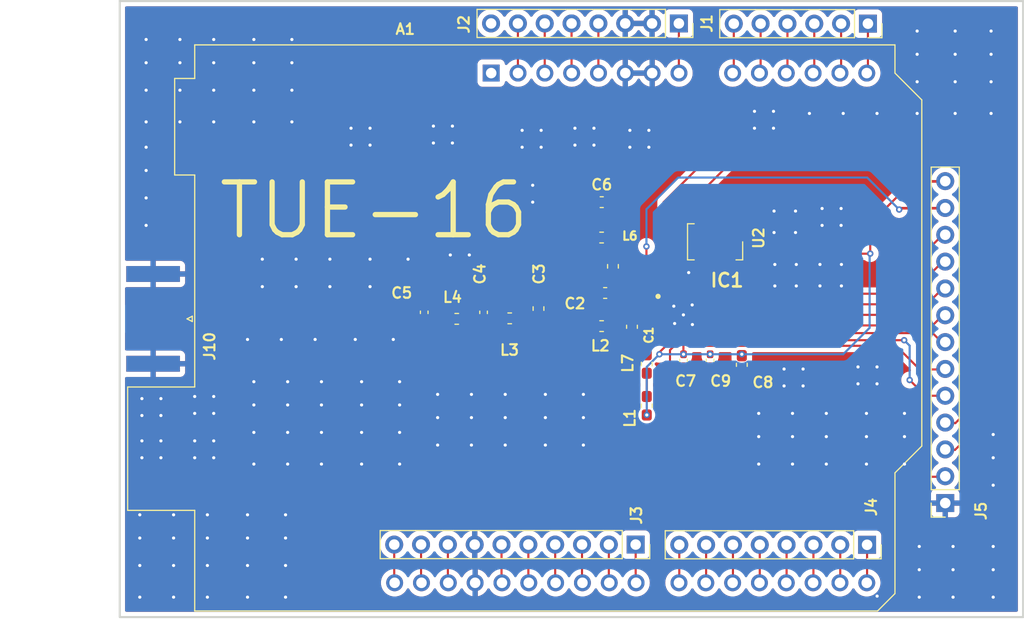
<source format=kicad_pcb>
(kicad_pcb (version 20240108) (generator "pcbnew") (generator_version "8.0")
  (layers (0 "F.Cu" signal) (31 "B.Cu" signal) (34 "B.Paste" user) (35 "F.Paste" user) (36 "B.SilkS" user "B.Silkscreen") (37 "F.SilkS" user "F.Silkscreen") (38 "B.Mask" user) (39 "F.Mask" user) (44 "Edge.Cuts" user))
  (net 0 "")
  (net 1 "Net-(C1-Pad2)")
  (net 2 "/MATCHED")
  (net 3 "GND")
  (net 4 "Net-(C4-Pad1)")
  (net 5 "Net-(J10-In)")
  (net 6 "/VDD")
  (net 7 "/Vin")
  (net 8 "/5V")
  (net 10 "/RESET")
  (net 11 "/IOREF")
  (net 12 "/3V3")
  (net 13 "/A0")
  (net 14 "/A1")
  (net 15 "/A2")
  (net 16 "/A5")
  (net 17 "/A3")
  (net 18 "/A4")
  (net 19 "/D11")
  (net 20 "/D15")
  (net 21 "/D10")
  (net 22 "/D14")
  (net 23 "/AVDD")
  (net 24 "/D8")
  (net 25 "/D9")
  (net 26 "/D12")
  (net 27 "/D13")
  (net 28 "/D5")
  (net 29 "/D1")
  (net 30 "/D6")
  (net 31 "/D0")
  (net 32 "/D7")
  (net 33 "/D2")
  (net 34 "/D4")
  (net 35 "/D3")
  (net 36 "/GPIO0")
  (net 37 "/SDI")
  (net 38 "/GPIO3")
  (net 39 "/SDN")
  (net 40 "/IRQ_BAR")
  (net 41 "/GPIO1")
  (net 42 "/SEL_BAR")
  (net 43 "/GPIO2")
  (net 44 "/SDO")
  (net 45 "/TXRAMP")
  (net 46 "/SCLK")
  (net 47 "/30MHZ")
  (net 51 "Net-(L1-Pad2)")
  (net 52 "/TX")
  (net 53 "/RXn")
  (net 54 "/RXp")
  (footprint "Inductor_SMD:L_0603_1608Metric_Pad1.05x0.95mm_HandSolder" (layer "F.Cu") (at 94.925 75.15 180)
    (property "Reference" "L6")
    (property "Value" "24nH")
  )
  (footprint "Connector_PinSocket_2.54mm:PinSocket_1x13_P2.54mm_Vertical" (layer "F.Cu") (at 127.46 100.29 180)
    (property "Reference" "J5")
    (property "Value" "Screw_Terminal_01x13")
  )
  (footprint "Capacitor_SMD:C_0402_1005Metric_Pad0.74x0.62mm_HandSolder" (layer "F.Cu") (at 83.75 82.2325 90)
    (property "Reference" "C4")
    (property "Value" "3.3pF")
  )
  (footprint "Inductor_SMD:L_0603_1608Metric_Pad1.05x0.95mm_HandSolder" (layer "F.Cu") (at 96 77.875 -90)
    (property "Reference" "L5" (hide yes))
    (property "Value" "20nH")
  )
  (footprint "Capacitor_SMD:C_0402_1005Metric_Pad0.74x0.62mm_HandSolder" (layer "F.Cu") (at 105.2 86.77 90)
    (property "Reference" "C9")
    (property "Value" "1u")
  )
  (footprint "Inductor_SMD:L_0603_1608Metric_Pad1.05x0.95mm_HandSolder" (layer "F.Cu") (at 94.925 83.5375 180)
    (property "Reference" "L2")
    (property "Value" "3.3nH")
  )
  (footprint "Capacitor_SMD:C_0603_1608Metric_Pad1.08x0.95mm_HandSolder" (layer "F.Cu") (at 95.2625 80.4)
    (property "Reference" "C2")
    (property "Value" "1pF")
  )
  (footprint "Connector_Coaxial:SMA_Amphenol_132289_EdgeMount" (layer "F.Cu") (at 52.46 82.85 180)
    (property "Reference" "J10")
    (property "Value" "Conn_Coaxial")
  )
  (footprint "Inductor_SMD:L_0603_1608Metric_Pad1.05x0.95mm_HandSolder" (layer "F.Cu") (at 81.21 82.85)
    (property "Reference" "L4")
    (property "Value" "24nH")
  )
  (footprint "Oscillator:Oscillator_SMD_IDT_JS6-6_5.0x3.2mm_P1.27mm" (layer "F.Cu") (at 105.67 75.555 -90)
    (property "Reference" "U2")
    (property "Value" "~")
  )
  (footprint "Inductor_SMD:L_0603_1608Metric_Pad1.05x0.95mm_HandSolder" (layer "F.Cu") (at 99.2 91.075 90)
    (property "Reference" "L1")
    (property "Value" "100nH")
  )
  (footprint "Capacitor_SMD:C_0402_1005Metric_Pad0.74x0.62mm_HandSolder" (layer "F.Cu") (at 78.13 82.23 90)
    (property "Reference" "C5")
    (property "Value" "3.3pF")
  )
  (footprint "Capacitor_SMD:C_0402_1005Metric_Pad0.74x0.62mm_HandSolder" (layer "F.Cu") (at 102.68 86.77 90)
    (property "Reference" "C7")
    (property "Value" "100p")
  )
  (footprint "Connector_PinSocket_2.54mm:PinSocket_1x06_P2.54mm_Vertical" (layer "F.Cu") (at 120.14 54.9 -90)
    (property "Reference" "J2")
    (property "Value" "Screw_Terminal_01x06")
  )
  (footprint "Inductor_SMD:L_0603_1608Metric_Pad1.05x0.95mm_HandSolder" (layer "F.Cu") (at 86.225 82.8)
    (property "Reference" "L3")
    (property "Value" "12nH")
  )
  (footprint "Capacitor_SMD:C_0603_1608Metric_Pad1.08x0.95mm_HandSolder" (layer "F.Cu") (at 94.9375 71.8)
    (property "Reference" "C6")
    (property "Value" "3pF")
  )
  (footprint "Transistor_Power_Module:QFN50P400X400X90-21N" (layer "F.Cu") (at 102.67 82.47)
    (property "Reference" "IC1")
    (property "Value" "Si4464-B1B-FM" (hide yes))
  )
  (footprint "Connector_PinSocket_2.54mm:PinSocket_1x08_P2.54mm_Vertical" (layer "F.Cu") (at 120.06 104.24 -90)
    (property "Reference" "J4")
    (property "Value" "Screw_Terminal_01x08")
  )
  (footprint "Module:Arduino_UNO_R3" (layer "F.Cu") (at 84.47 59.58)
    (property "Reference" "A1")
    (property "Value" "Arduino_UNO_R3")
  )
  (footprint "Capacitor_SMD:C_0603_1608Metric_Pad1.08x0.95mm_HandSolder" (layer "F.Cu") (at 108.2 87.2 90)
    (property "Reference" "C8")
    (property "Value" "100n")
  )
  (footprint "Connector_PinSocket_2.54mm:PinSocket_1x10_P2.54mm_Vertical" (layer "F.Cu") (at 98.15 104.22 -90)
    (property "Reference" "J3" (hide yes))
    (property "Value" "Screw_Terminal_01x10")
  )
  (footprint "Capacitor_SMD:C_0603_1608Metric_Pad1.08x0.95mm_HandSolder" (layer "F.Cu") (at 97.8 83.6 90)
    (property "Reference" "C1")
    (property "Value" "5.1pF" (hide yes))
  )
  (footprint "Inductor_SMD:L_0603_1608Metric_Pad1.05x0.95mm_HandSolder" (layer "F.Cu") (at 88.95 81.875 90)
    (property "Reference" "C3")
    (property "Value" "6.8nH")
  )
  (footprint "Inductor_SMD:L_0603_1608Metric_Pad1.05x0.95mm_HandSolder" (layer "F.Cu") (at 99.2 87.125 90)
    (property "Reference" "L7")
    (property "Value" "20nH")
  )
  (footprint "Connector_PinSocket_2.54mm:PinSocket_1x08_P2.54mm_Vertical" (layer "F.Cu") (at 102.24 54.88 -90)
    (property "Reference" "J1")
    (property "Value" "Screw_Terminal_01x08")
  )
  (gr_rect (start 49.306 52.76) (end 134.834 111.085) (stroke (width 0.2)) (fill none) (layer "Edge.Cuts"))
  (gr_text "TUE-16" (at 58.4 75.52 0) (layer "F.SilkS") (effects (font (size 5 5) (thickness 0.5) (bold yes)) (justify left bottom)))
  (gr_text "J3" (at 98.22 101.45 90) (layer "F.SilkS") (effects (font (size 1 1) (thickness 0.2) (bold yes))))
  (segment (start 95.8 83.5375) (end 97 83.5375) (width 0.2) (layer "F.Cu") (net 1))
  (segment (start 97 83.5375) (end 97.8 82.7375) (width 0.2) (layer "F.Cu") (net 1))
  (segment (start 94.05 75.15) (end 94.05 80.05) (width 0.2) (layer "F.Cu") (net 2))
  (segment (start 88.9 82.8) (end 88.95 82.75) (width 0.2) (layer "F.Cu") (net 2))
  (segment (start 87.1 82.8) (end 88.9 82.8) (width 0.2) (layer "F.Cu") (net 2))
  (segment (start 94.4 80.4) (end 94.4 83.1875) (width 0.2) (layer "F.Cu") (net 2))
  (segment (start 92.05 82.75) (end 94.4 80.4) (width 0.2) (layer "F.Cu") (net 2))
  (segment (start 94.4 83.1875) (end 94.05 83.5375) (width 0.2) (layer "F.Cu") (net 2))
  (segment (start 94.05 80.05) (end 94.4 80.4) (width 0.2) (layer "F.Cu") (net 2))
  (segment (start 88.95 82.75) (end 92.05 82.75) (width 0.2) (layer "F.Cu") (net 2))
  (segment (start 82.91 107.8) (end 82.95 107.84) (width 0.2) (layer "F.Cu") (net 3))
  (segment (start 102.67 80.47) (end 102.67 78.97) (width 0.2) (layer "F.Cu") (net 3))
  (segment (start 97.16 54.88) (end 97.16 59.57) (width 0.2) (layer "F.Cu") (net 3))
  (segment (start 97.16 59.57) (end 97.17 59.58) (width 0.2) (layer "F.Cu") (net 3))
  (segment (start 99.7 59.57) (end 99.71 59.58) (width 0.2) (layer "F.Cu") (net 3))
  (segment (start 82.91 104.22) (end 82.91 107.8) (width 0.2) (layer "F.Cu") (net 3))
  (segment (start 99.7 54.88) (end 99.7 59.57) (width 0.2) (layer "F.Cu") (net 3))
  (segment (start 102.67 78.97) (end 103.17 78.47) (width 0.2) (layer "F.Cu") (net 3))
  (via (at 124.8 57.8) (size 0.6) (drill 0.3) (layers "F.Cu" "B.Cu") (net 3))
  (via (at 51.2 101.4) (size 0.6) (drill 0.3) (layers "F.Cu" "B.Cu") (net 3))
  (via (at 119.2 87.4) (size 0.6) (drill 0.3) (layers "F.Cu" "B.Cu") (net 3))
  (via (at 57.6 109.2) (size 0.6) (drill 0.3) (layers "F.Cu" "B.Cu") (net 3))
  (via (at 62.8 79.8) (size 0.6) (drill 0.3) (layers "F.Cu" "B.Cu") (net 3))
  (via (at 58.2 64.2) (size 0.6) (drill 0.3) (layers "F.Cu" "B.Cu") (net 3))
  (via (at 66 79.8) (size 0.6) (drill 0.3) (layers "F.Cu" "B.Cu") (net 3))
  (via (at 111.326724 77.700676) (size 0.6) (drill 0.3) (layers "F.Cu" "B.Cu") (net 3))
  (via (at 121 89) (size 0.6) (drill 0.3) (layers "F.Cu" "B.Cu") (net 3))
  (via (at 79.4 92.2) (size 0.6) (drill 0.3) (layers "F.Cu" "B.Cu") (net 3))
  (via (at 71.2 64.8) (size 0.6) (drill 0.3) (layers "F.Cu" "B.Cu") (net 3))
  (via (at 116.2 96.6) (size 0.6) (drill 0.3) (layers "F.Cu" "B.Cu") (net 3))
  (via (at 97.6 65) (size 0.6) (drill 0.3) (layers "F.Cu" "B.Cu") (net 3))
  (via (at 55 58.6) (size 0.6) (drill 0.3) (layers "F.Cu" "B.Cu") (net 3))
  (via (at 113.358724 79.732676) (size 0.6) (drill 0.3) (layers "F.Cu" "B.Cu") (net 3))
  (via (at 80.8 66.2) (size 0.6) (drill 0.3) (layers "F.Cu" "B.Cu") (net 3))
  (via (at 93.2 92.2) (size 0.6) (drill 0.3) (layers "F.Cu" "B.Cu") (net 3))
  (via (at 58.2 58.6) (size 0.6) (drill 0.3) (layers "F.Cu" "B.Cu") (net 3))
  (via (at 120 94) (size 0.6) (drill 0.3) (layers "F.Cu" "B.Cu") (net 3))
  (via (at 93.2 90) (size 0.6) (drill 0.3) (layers "F.Cu" "B.Cu") (net 3))
  (via (at 89.6 94.8) (size 0.6) (drill 0.3) (layers "F.Cu" "B.Cu") (net 3))
  (via (at 56.4 96) (size 0.6) (drill 0.3) (layers "F.Cu" "B.Cu") (net 3))
  (via (at 67.8 84.8) (size 0.6) (drill 0.3) (layers "F.Cu" "B.Cu") (net 3))
  (via (at 89.2 66.6) (size 0.6) (drill 0.3) (layers "F.Cu" "B.Cu") (net 3))
  (via (at 117.8 63.4) (size 0.6) (drill 0.3) (layers "F.Cu" "B.Cu") (net 3))
  (via (at 65.2 96.6) (size 0.6) (drill 0.3) (layers "F.Cu" "B.Cu") (net 3))
  (via (at 111.252 72.644) (size 0.6) (drill 0.3) (layers "F.Cu" "B.Cu") (net 3))
  (via (at 93.2 94.8) (size 0.6) (drill 0.3) (layers "F.Cu" "B.Cu") (net 3))
  (via (at 56.4 94.4) (size 0.6) (drill 0.3) (layers "F.Cu" "B.Cu") (net 3))
  (via (at 51.2 109.2) (size 0.6) (drill 0.3) (layers "F.Cu" "B.Cu") (net 3))
  (via (at 65 101.4) (size 0.6) (drill 0.3) (layers "F.Cu" "B.Cu") (net 3))
  (via (at 109.8 94) (size 0.6) (drill 0.3) (layers "F.Cu" "B.Cu") (net 3))
  (via (at 62 56.4) (size 0.6) (drill 0.3) (layers "F.Cu" "B.Cu") (net 3))
  (via (at 103.52 83.39) (size 0.6) (drill 0.3) (layers "F.Cu" "B.Cu") (net 3))
  (via (at 125 104.4) (size 0.6) (drill 0.3) (layers "F.Cu" "B.Cu") (net 3))
  (via (at 61.4 84.8) (size 0.6) (drill 0.3) (layers "F.Cu" "B.Cu") (net 3))
  (via (at 88.4 70.2) (size 0.6) (drill 0.3) (layers "F.Cu" "B.Cu") (net 3))
  (via (at 116.2 94) (size 0.6) (drill 0.3) (layers "F.Cu" "B.Cu") (net 3))
  (via (at 115.598 79.73) (size 0.6) (drill 0.3) (layers "F.Cu" "B.Cu") (net 3))
  (via (at 65.2 91) (size 0.6) (drill 0.3) (layers "F.Cu" "B.Cu") (net 3))
  (via (at 66 77.2) (size 0.6) (drill 0.3) (layers "F.Cu" "B.Cu") (net 3))
  (via (at 55 56.4) (size 0.6) (drill 0.3) (layers "F.Cu" "B.Cu") (net 3))
  (via (at 132 106.6) (size 0.6) (drill 0.3) (layers "F.Cu" "B.Cu") (net 3))
  (via (at 119.2 89) (size 0.6) (drill 0.3) (layers "F.Cu" "B.Cu") (net 3))
  (via (at 53.2 96) (size 0.6) (drill 0.3) (layers "F.Cu" "B.Cu") (net 3))
  (via (at 92.4 64.8) (size 0.6) (drill 0.3) (layers "F.Cu" "B.Cu") (net 3))
  (via (at 53.2 94.4) (size 0.6) (drill 0.3) (layers "F.Cu" "B.Cu") (net 3))
  (via (at 109.4 63.2) (size 0.6) (drill 0.3) (layers "F.Cu" "B.Cu") (net 3))
  (via (at 125 109.2) (size 0.6) (drill 0.3) (layers "F.Cu" "B.Cu") (net 3))
  (via (at 111.2 63.2) (size 0.6) (drill 0.3) (layers "F.Cu" "B.Cu") (net 3))
  (via (at 114 87.6) (size 0.6) (drill 0.3) (layers "F.Cu" "B.Cu") (net 3))
  (via (at 123.6 91.8) (size 0.6) (drill 0.3) (layers "F.Cu" "B.Cu") (net 3))
  (via (at 87.4 65) (size 0.6) (drill 0.3) (layers "F.Cu" "B.Cu") (net 3))
  (via (at 62 96.6) (size 0.6) (drill 0.3) (layers "F.Cu" "B.Cu") (net 3))
  (via (at 117.63 79.73) (size 0.6) (drill 0.3) (layers "F.Cu" "B.Cu") (net 3))
  (via (at 73 77.2) (size 0.6) (drill 0.3) (layers "F.Cu" "B.Cu") (net 3))
  (via (at 58.2 94.4) (size 0.6) (drill 0.3) (layers "F.Cu" "B.Cu") (net 3))
  (via (at 61.4 109.2) (size 0.6) (drill 0.3) (layers "F.Cu" "B.Cu") (net 3))
  (via (at 79.4 90) (size 0.6) (drill 0.3) (layers "F.Cu" "B.Cu") (net 3))
  (via (at 51.8 64.2) (size 0.6) (drill 0.3) (layers "F.Cu" "B.Cu") (net 3))
  (via (at 73 79.8) (size 0.6) (drill 0.3) (layers "F.Cu" "B.Cu") (net 3))
  (via (at 51.4 94.4) (size 0.6) (drill 0.3) (layers "F.Cu" "B.Cu") (net 3))
  (via (at 115.8 74) (size 0.6) (drill 0.3) (layers "F.Cu" "B.Cu") (net 3))
  (via (at 51.2 103.6) (size 0.6) (drill 0.3) (layers "F.Cu" "B.Cu") (net 3))
  (via (at 58.2 56.4) (size 0.6) (drill 0.3) (layers "F.Cu" "B.Cu") (net 3))
  (via (at 101.76 81.65) (size 0.6) (drill 0.3) (layers "F.Cu" "B.Cu") (net 3))
  (via (at 65 109.2) (size 0.6) (drill 0.3) (layers "F.Cu" "B.Cu") (net 3))
  (via (at 51.2 106.2) (size 0.6) (drill 0.3) (layers "F.Cu" "B.Cu") (net 3))
  (via (at 75.2 84.8) (size 0.6) (drill 0.3) (layers "F.Cu" "B.Cu") (net 3))
  (via (at 113 91.8) (size 0.6) (drill 0.3) (layers "F.Cu" "B.Cu") (net 3))
  (via (at 94.2 66.4) (size 0.6) (drill 0.3) (layers "F.Cu" "B.Cu") (net 3))
  (via (at 58.2 90.2) (size 0.6) (drill 0.3) (layers "F.Cu" "B.Cu") (net 3))
  (via (at 57.6 106.2) (size 0.6) (drill 0.3) (layers "F.Cu" "B.Cu") (net 3))
  (via (at 72.2 88.8) (size 0.6) (drill 0.3) (layers "F.Cu" "B.Cu") (net 3))
  (via (at 131.8 57.8) (size 0.6) (drill 0.3) (layers "F.Cu" "B.Cu") (net 3))
  (via (at 92.4 66.4) (size 0.6) (drill 0.3) (layers "F.Cu" "B.Cu") (net 3))
  (via (at 51.8 56.4) (size 0.6) (drill 0.3) (layers "F.Cu" "B.Cu") (net 3))
  (via (at 113 96.6) (size 0.6) (drill 0.3) (layers "F.Cu" "B.Cu") (net 3))
  (via (at 113.284 74.676) (size 0.6) (drill 0.3) (layers "F.Cu" "B.Cu") (net 3))
  (via (at 132 109.2) (size 0.6) (drill 0.3) (layers "F.Cu" "B.Cu") (net 3))
  (via (at 72.2 96.6) (size 0.6) (drill 0.3) (layers "F.Cu" "B.Cu") (net 3))
  (via (at 82.6 92.2) (size 0.6) (drill 0.3) (layers "F.Cu" "B.Cu") (net 3))
  (via (at 51.8 66.6) (size 0.6) (drill 0.3) (layers "F.Cu" "B.Cu") (net 3))
  (via (at 88.4 71.8) (size 0.6) (drill 0.3) (layers "F.Cu" "B.Cu") (net 3))
  (via (at 65 103.6) (size 0.6) (drill 0.3) (layers "F.Cu" "B.Cu") (net 3))
  (via (at 65.2 93.6) (size 0.6) (drill 0.3) (layers "F.Cu" "B.Cu") (net 3))
  (via (at 117.63 77.698) (size 0.6) (drill 0.3) (layers "F.Cu" "B.Cu") (net 3))
  (via (at 121.01 109.1) (size 0.6) (drill 0.3) (layers "F.Cu" "B.Cu") (net 3))
  (via (at 69.2 77.2) (size 0.6) (drill 0.3) (layers "F.Cu" "B.Cu") (net 3))
  (via (at 132 93.8) (size 0.6) (drill 0.3) (layers "F.Cu" "B.Cu") (net 3))
  (via (at 111.2 64.8) (size 0.6) (drill 0.3) (layers "F.Cu" "B.Cu") (net 3))
  (via (at 128.2 106.6) (size 0.6) (drill 0.3) (layers "F.Cu" "B.Cu") (net 3))
  (via (at 51.8 71.4) (size 0.6) (drill 0.3) (layers "F.Cu" "B.Cu") (net 3))
  (via (at 55 61.2) (size 0.6) (drill 0.3) (layers "F.Cu" "B.Cu") (net 3))
  (via (at 128.4 63.4) (size 0.6) (drill 0.3) (layers "F.Cu" "B.Cu") (net 3))
  (via (at 61.4 106.2) (size 0.6) (drill 0.3) (layers "F.Cu" "B.Cu") (net 3))
  (via (at 117.6 72.4) (size 0.6) (drill 0.3) (layers "F.Cu" "B.Cu") (net 3))
  (via (at 53.2 92) (size 0.6) (drill 0.3) (layers "F.Cu" "B.Cu") (net 3))
  (via (at 72.2 93.6) (size 0.6) (drill 0.3) (layers "F.Cu" "B.Cu") (net 3))
  (via (at 103.5 81.53) (size 0.6) (drill 0.3) (layers "F.Cu" "B.Cu") (net 3))
  (via (at 99.4 65) (size 0.6) (drill 0.3) (layers "F.Cu" "B.Cu") (net 3))
  (via (at 51.4 96) (size 0.6) (drill 0.3) (layers "F.Cu" "B.Cu") (net 3))
  (via (at 120 96.6) (size 0.6) (drill 0.3) (layers "F.Cu" "B.Cu") (net 3))
  (via (at 61.4 103.6) (size 0.6) (drill 0.3) (layers "F.Cu" "B.Cu") (net 3))
  (via (at 114.6 63.4) (size 0.6) (drill 0.3) (layers "F.Cu" "B.Cu") (net 3))
  (via (at 102.67 82.47) (size 0.6) (drill 0.3) (layers "F.Cu" "B.Cu") (net 3))
  (via (at 82.6 94.8) (size 0.6) (drill 0.3) (layers "F.Cu" "B.Cu") (net 3))
  (via (at 114 89.2) (size 0.6) (drill 0.3) (layers "F.Cu" "B.Cu") (net 3))
  (via (at 65.6 56.4) (size 0.6) (drill 0.3) (layers "F.Cu" "B.Cu") (net 3))
  (via (at 115.598 77.698) (size 0.6) (drill 0.3) (layers "F.Cu" "B.Cu") (net 3))
  (via (at 109.8 91.8) (size 0.6) (drill 0.3) (layers "F.Cu" "B.Cu") (net 3))
  (via (at 79.4 94.8) (size 0.6) (drill 0.3) (layers "F.Cu" "B.Cu") (net 3))
  (via (at 51.4 92) (size 0.6) (drill 0.3) (layers "F.Cu" "B.Cu") (net 3))
  (via (at 71.2 66.4) (size 0.6) (drill 0.3) (layers "F.Cu" "B.Cu") (net 3))
  (via (at 131.8 60.4) (size 0.6) (drill 0.3) (layers "F.Cu" "B.Cu") (net 3))
  (via (at 51.8 61.2) (size 0.6) (drill 0.3) (layers "F.Cu" "B.Cu") (net 3))
  (via (at 51.8 74) (size 0.6) (drill 0.3) (layers "F.Cu" "B.Cu") (net 3))
  (via (at 113.284 72.644) (size 0.6) (drill 0.3) (layers "F.Cu" "B.Cu") (net 3))
  (via (at 53.2 90.4) (size 0.6) (drill 0.3) (layers "F.Cu" "B.Cu") (net 3))
  (via (at 123.6 96.6) (size 0.6) (drill 0.3) (layers "F.Cu" "B.Cu") (net 3))
  (via (at 132 98.6) (size 0.6) (drill 0.3) (layers "F.Cu" "B.Cu") (net 3))
  (via (at 65.2 88.8) (size 0.6) (drill 0.3) (layers "F.Cu" "B.Cu") (net 3))
  (via (at 132 96) (size 0.6) (drill 0.3) (layers "F.Cu" "B.Cu") (net 3))
  (via (at 68.4 88.8) (size 0.6) (drill 0.3) (layers "F.Cu" "B.Cu") (net 3))
  (via (at 58.2 61.2) (size 0.6) (drill 0.3) (layers "F.Cu" "B.Cu") (net 3))
  (via (at 58.2 91.8) (size 0.6) (drill 0.3) (layers "F.Cu" "B.Cu") (net 3))
  (via (at 87.4 66.6) (size 0.6) (drill 0.3) (layers "F.Cu" "B.Cu") (net 3))
  (via (at 62.8 77.2) (size 0.6) (drill 0.3) (layers "F.Cu" "B.Cu") (net 3))
  (via (at 51.8 58.6) (size 0.6) (drill 0.3) (layers "F.Cu" "B.Cu") (net 3))
  (via (at 111.252 74.676) (size 0.6) (drill 0.3) (layers "F.Cu" "B.Cu") (net 3))
  (via (at 54.4 106.2) (size 0.6) (drill 0.3) (layers "F.Cu" "B.Cu") (net 3))
  (via (at 128.2 109.2) (size 0.6) (drill 0.3) (layers "F.Cu" "B.Cu") (net 3))
  (via (at 131.8 55.6) (size 0.6) (drill 0.3) (layers "F.Cu" "B.Cu") (net 3))
  (via (at 97.6 66.6) (size 0.6) (drill 0.3) (layers "F.Cu" "B.Cu") (net 3))
  (via (at 115.8 72.4) (size 0.6) (drill 0.3) (layers "F.Cu" "B.Cu") (net 3))
  (via (at 109.8 96.6) (size 0.6) (drill 0.3) (layers "F.Cu" "B.Cu") (net 3))
  (via (at 75.8 91) (size 0.6) (drill 0.3) (layers "F.Cu" "B.Cu") (net 3))
  (via (at 82.6 90) (size 0.6) (drill 0.3) (layers "F.Cu" "B.Cu") (net 3))
  (via (at 65.6 64.2) (size 0.6) (drill 0.3) (layers "F.Cu" "B.Cu") (net 3))
  (via (at 120 91.8) (size 0.6) (drill 0.3) (layers "F.Cu" "B.Cu") (net 3))
  (via (at 62 88.8) (size 0.6) (drill 0.3) (layers "F.Cu" "B.Cu") (net 3))
  (via (at 125 106.6) (size 0.6) (drill 0.3) (layers "F.Cu" "B.Cu") (net 3))
  (via (at 121 87.4) (size 0.6) (drill 0.3) (layers "F.Cu" "B.Cu") (net 3))
  (via (at 112.2 89.2) (size 0.6) (drill 0.3) (layers "F.Cu" "B.Cu") (net 3))
  (via (at 51.4 90.4) (size 0.6) (drill 0.3) (layers "F.Cu" "B.Cu") (net 3))
  (via (at 65 106.2) (size 0.6) (drill 0.3) (layers "F.Cu" "B.Cu") (net 3))
  (via (at 123.6 94) (size 0.6) (drill 0.3) (layers "F.Cu" "B.Cu") (net 3))
  (via (at 85.8 90) (size 0.6) (drill 0.3) (layers "F.Cu" "B.Cu") (net 3))
  (via (at 80.6 76.8) (size 0.6) (drill 0.3) (layers "F.Cu" "B.Cu") (net 3))
  (via (at 57.6 103.6) (size 0.6) (drill 0.3) (layers "F.Cu" "B.Cu") (net 3))
  (via (at 75.8 96.6) (size 0.6) (drill 0.3) (layers "F.Cu" "B.Cu") (net 3))
  (via (at 73 66.4) (size 0.6) (drill 0.3) (layers "F.Cu" "B.Cu") (net 3))
  (via (at 117.6 74) (size 0.6) (drill 0.3) (layers "F.Cu" "B.Cu") (net 3))
  (via (at 124.8 63.4) (size 0.6) (drill 0.3) (layers "F.Cu" "B.Cu") (net 3))
  (via (at 75.8 93.6) (size 0.6) (drill 0.3) (layers "F.Cu" "B.Cu") (net 3))
  (via (at 89.6 92.2) (size 0.6) (drill 0.3) (layers "F.Cu" "B.Cu") (net 3))
  (via (at 113.358724 77.700676) (size 0.6) (drill 0.3) (layers "F.Cu" "B.Cu") (net 3))
  (via (at 112.2 87.6) (size 0.6) (drill 0.3) (layers "F.Cu" "B.Cu") (net 3))
  (via (at 76.6 77.2) (size 0.6) (drill 0.3) (layers "F.Cu" "B.Cu") (net 3))
  (via (at 58.2 96) (size 0.6) (drill 0.3) (layers "F.Cu" "B.Cu") (net 3))
  (via (at 80.8 64.6) (size 0.6) (drill 0.3) (layers "F.Cu" "B.Cu") (net 3))
  (via (at 103.17 78.47) (size 0.6) (drill 0.3) (layers "F.Cu" "B.Cu") (net 3))
  (via (at 94.2 64.8) (size 0.6) (drill 0.3) (layers "F.Cu" "B.Cu") (net 3))
  (via (at 116.2 91.8) (size 0.6) (drill 0.3) (layers "F.Cu" "B.Cu") (net 3))
  (via (at 56.4 91.8) (size 0.6) (drill 0.3) (layers "F.Cu" "B.Cu") (net 3))
  (via (at 54.4 103.6) (size 0.6) (drill 0.3) (layers "F.Cu" "B.Cu") (net 3))
  (via (at 62 64.2) (size 0.6) (drill 0.3) (layers "F.Cu" "B.Cu") (net 3))
  (via (at 124.8 55.6) (size 0.6) (drill 0.3) (layers "F.Cu" "B.Cu") (net 3))
  (via (at 79 66.2) (size 0.6) (drill 0.3) (layers "F.Cu" "B.Cu") (net 3))
  (via (at 69.2 79.8) (size 0.6) (drill 0.3) (layers "F.Cu" "B.Cu") (net 3))
  (via (at 61.4 101.4) (size 0.6) (drill 0.3) (layers "F.Cu" "B.Cu") (net 3))
  (via (at 101.84 83.29) (size 0.6) (drill 0.3) (layers "F.Cu" "B.Cu") (net 3))
  (via (at 113 94) (size 0.6) (drill 0.3) (layers "F.Cu" "B.Cu") (net 3))
  (via (at 132 104.4) (size 0.6) (drill 0.3) (layers "F.Cu" "B.Cu") (net 3))
  (via (at 65.6 61.2) (size 0.6) (drill 0.3) (layers "F.Cu" "B.Cu") (net 3))
  (via (at 89.2 65) (size 0.6) (drill 0.3) (layers "F.Cu" "B.Cu") (net 3))
  (via (at 128.4 55.6) (size 0.6) (drill 0.3) (layers "F.Cu" "B.Cu") (net 3))
  (via (at 111.326724 79.732676) (size 0.6) (drill 0.3) (layers "F.Cu" "B.Cu") (net 3))
  (via (at 62 93.6) (size 0.6) (drill 0.3) (layers "F.Cu" "B.Cu") (net 3))
  (via (at 62 61.2) (size 0.6) (drill 0.3) (layers "F.Cu" "B.Cu") (net 3))
  (via (at 128.2 104.4) (size 0.6) (drill 0.3) (layers "F.Cu" "B.Cu") (net 3))
  (via (at 56.4 90.2) (size 0.6) (drill 0.3) (layers "F.Cu" "B.Cu") (net 3))
  (via (at 64.6 84.8) (size 0.6) (drill 0.3) (layers "F.Cu" "B.Cu") (net 3))
  (via (at 99.4 66.6) (size 0.6) (drill 0.3) (layers "F.Cu" "B.Cu") (net 3))
  (via (at 128.4 60.4) (size 0.6) (drill 0.3) (layers "F.Cu" "B.Cu") (net 3))
  (via (at 121 63.4) (size 0.6) (drill 0.3) (layers "F.Cu" "B.Cu") (net 3))
  (via (at 85.8 94.8) (size 0.6) (drill 0.3) (layers "F.Cu" "B.Cu") (net 3))
  (via (at 51.8 68.8) (size 0.6) (drill 0.3) (layers "F.Cu" "B.Cu") (net 3))
  (via (at 62 58.6) (size 0.6) (drill 0.3) (layers "F.Cu" "B.Cu") (net 3))
  (via (at 109.4 64.8) (size 0.6) (drill 0.3) (layers "F.Cu" "B.Cu") (net 3))
  (via (at 68.4 91) (size 0.6) (drill 0.3) (layers "F.Cu" "B.Cu") (net 3))
  (via (at 57.6 101.4) (size 0.6) (drill 0.3) (layers "F.Cu" "B.Cu") (net 3))
  (via (at 54.4 101.4) (size 0.6) (drill 0.3) (layers "F.Cu" "B.Cu") (net 3))
  (via (at 131.8 63.4) (size 0.6) (drill 0.3) (layers "F.Cu" "B.Cu") (net 3))
  (via (at 79 64.6) (size 0.6) (drill 0.3) (layers "F.Cu" "B.Cu") (net 3))
  (via (at 62 91) (size 0.6) (drill 0.3) (layers "F.Cu" "B.Cu") (net 3))
  (via (at 85.8 92.2) (size 0.6) (drill 0.3) (layers "F.Cu" "B.Cu") (net 3))
  (via (at 72.2 91) (size 0.6) (drill 0.3) (layers "F.Cu" "B.Cu") (net 3))
  (via (at 75.8 88.8) (size 0.6) (drill 0.3) (layers "F.Cu" "B.Cu") (net 3))
  (via (at 73 64.8) (size 0.6) (drill 0.3) (layers "F.Cu" "B.Cu") (net 3))
  (via (at 68.4 93.6) (size 0.6) (drill 0.3) (layers "F.Cu" "B.Cu") (net 3))
  (via (at 128.4 57.8) (size 0.6) (drill 0.3) (layers "F.Cu" "B.Cu") (net 3))
  (via (at 68.4 96.6) (size 0.6) (drill 0.3) (layers "F.Cu" "B.Cu") (net 3))
  (via (at 89.6 90) (size 0.6) (drill 0.3) (layers "F.Cu" "B.Cu") (net 3))
  (via (at 65.6 58.6) (size 0.6) (drill 0.3) (layers "F.Cu" "B.Cu") (net 3))
  (via (at 124.8 60.4) (size 0.6) (drill 0.3) (layers "F.Cu" "B.Cu") (net 3))
  (via (at 82.4 76.8) (size 0.6) (drill 0.3) (layers "F.Cu" "B.Cu") (net 3))
  (via (at 71.6 84.8) (size 0.6) (drill 0.3) (layers "F.Cu" "B.Cu") (net 3))
  (via (at 54.4 109.2) (size 0.6) (drill 0.3) (layers "F.Cu" "B.Cu") (net 3))
  (via (at 55 64.2) (size 0.6) (drill 0.3) (layers "F.Cu" "B.Cu") (net 3))
  (segment (start 85.35 82.8) (end 83.75 82.8) (width 0.2) (layer "F.Cu") (net 4))
  (segment (start 82.085 82.85) (end 83.7 82.85) (width 0.2) (layer "F.Cu") (net 4))
  (segment (start 83.7 82.85) (end 83.75 82.8) (width 0.2) (layer "F.Cu") (net 4))
  (segment (start 78.15 82.8175) (end 78.13 82.7975) (width 0.2) (layer "F.Cu") (net 5))
  (segment (start 52.46 82.85) (end 52.51 82.8) (width 0.2) (layer "F.Cu") (net 5))
  (segment (start 78.1275 82.8) (end 78.13 82.7975) (width 0.2) (layer "F.Cu") (net 5))
  (segment (start 52.51 82.8) (end 78.1275 82.8) (width 0.5) (layer "F.Cu") (net 5))
  (segment (start 78.13 82.7975) (end 78.1825 82.85) (width 0.2) (layer "F.Cu") (net 5))
  (segment (start 78.15 82.880262) (end 78.15 82.8175) (width 0.2) (layer "F.Cu") (net 5))
  (segment (start 78.1825 82.85) (end 80.335 82.85) (width 0.5) (layer "F.Cu") (net 5))
  (segment (start 127.46 69.81) (end 124.39 69.81) (width 0.2) (layer "F.Cu") (net 6))
  (segment (start 124.39 69.81) (end 124.34 69.86) (width 0.2) (layer "F.Cu") (net 6))
  (segment (start 102.67 86.1925) (end 102.68 86.2025) (width 0.2) (layer "F.Cu") (net 6))
  (segment (start 120.359 73.841) (end 124.34 69.86) (width 0.2) (layer "F.Cu") (net 6))
  (segment (start 102.67 84.47) (end 102.67 86.1925) (width 0.2) (layer "F.Cu") (net 6))
  (segment (start 107.21 76.68) (end 120.35 76.68) (width 0.2) (layer "F.Cu") (net 6))
  (segment (start 120.359 76.671) (end 120.359 73.841) (width 0.2) (layer "F.Cu") (net 6))
  (segment (start 101.67 84.47) (end 101.67 84.75) (width 0.2) (layer "F.Cu") (net 6))
  (segment (start 101.67 84.75) (end 100.46 85.96) (width 0.2) (layer "F.Cu") (net 6))
  (segment (start 120.35 76.68) (end 120.359 76.671) (width 0.2) (layer "F.Cu") (net 6))
  (segment (start 124.34 69.86) (end 127.17 69.86) (width 0.2) (layer "F.Cu") (net 6))
  (segment (start 100.46 85.96) (end 100.46 86.2) (width 0.2) (layer "F.Cu") (net 6))
  (via (at 108.2 86.2) (size 0.6) (drill 0.3) (layers "F.Cu" "B.Cu") (net 6))
  (via (at 99.2 91.95) (size 0.6) (drill 0.3) (layers "F.Cu" "B.Cu") (net 6))
  (via (at 100.4 86.2) (size 0.6) (drill 0.3) (layers "F.Cu" "B.Cu") (net 6))
  (via (at 120.359 76.671) (size 0.6) (drill 0.3) (layers "F.Cu" "B.Cu") (net 6))
  (via (at 102.68 86.2025) (size 0.6) (drill 0.3) (layers "F.Cu" "B.Cu") (net 6))
  (via (at 105.2 86.2) (size 0.6) (drill 0.3) (layers "F.Cu" "B.Cu") (net 6))
  (segment (start 100.4 86.2) (end 105.2 86.2) (width 0.2) (layer "B.Cu") (net 6))
  (segment (start 120.3 83.7) (end 120.3 76.73) (width 0.2) (layer "B.Cu") (net 6))
  (segment (start 117.8 86.2) (end 120.3 83.7) (width 0.2) (layer "B.Cu") (net 6))
  (segment (start 108.2 86.2) (end 117.8 86.2) (width 0.2) (layer "B.Cu") (net 6))
  (segment (start 99.2 91.95) (end 99.2 87.4) (width 0.2) (layer "B.Cu") (net 6))
  (segment (start 105.2 86.2) (end 108.2 86.2) (width 0.2) (layer "B.Cu") (net 6))
  (segment (start 120.3 76.73) (end 120.359 76.671) (width 0.2) (layer "B.Cu") (net 6))
  (segment (start 99.2 87.4) (end 100.4 86.2) (width 0.2) (layer "B.Cu") (net 6))
  (segment (start 102.24 59.57) (end 102.25 59.58) (width 0.2) (layer "F.Cu") (net 7))
  (segment (start 102.24 54.88) (end 102.24 59.57) (width 0.2) (layer "F.Cu") (net 7))
  (segment (start 94.62 54.88) (end 94.62 59.57) (width 0.2) (layer "F.Cu") (net 8))
  (segment (start 94.62 59.57) (end 94.63 59.58) (width 0.2) (layer "F.Cu") (net 8))
  (segment (start 89.54 59.57) (end 89.55 59.58) (width 0.2) (layer "F.Cu") (net 10))
  (segment (start 89.54 54.88) (end 89.54 59.57) (width 0.2) (layer "F.Cu") (net 10))
  (segment (start 87 59.57) (end 87.01 59.58) (width 0.2) (layer "F.Cu") (net 11))
  (segment (start 87 54.88) (end 87 59.57) (width 0.2) (layer "F.Cu") (net 11))
  (segment (start 92.08 54.88) (end 92.08 59.57) (width 0.2) (layer "F.Cu") (net 12))
  (segment (start 92.08 59.57) (end 92.09 59.58) (width 0.2) (layer "F.Cu") (net 12))
  (segment (start 107.44 59.47) (end 107.33 59.58) (width 0.2) (layer "F.Cu") (net 13))
  (segment (start 107.44 54.9) (end 107.44 59.47) (width 0.2) (layer "F.Cu") (net 13))
  (segment (start 109.98 59.47) (end 109.87 59.58) (width 0.2) (layer "F.Cu") (net 14))
  (segment (start 109.98 54.9) (end 109.98 59.47) (width 0.2) (layer "F.Cu") (net 14))
  (segment (start 112.52 59.47) (end 112.41 59.58) (width 0.2) (layer "F.Cu") (net 15))
  (segment (start 112.52 54.9) (end 112.52 59.47) (width 0.2) (layer "F.Cu") (net 15))
  (segment (start 120.14 54.9) (end 120.14 59.47) (width 0.2) (layer "F.Cu") (net 16))
  (segment (start 120.14 59.47) (end 120.03 59.58) (width 0.2) (layer "F.Cu") (net 16))
  (segment (start 115.06 59.47) (end 114.95 59.58) (width 0.2) (layer "F.Cu") (net 17))
  (segment (start 115.06 54.9) (end 115.06 59.47) (width 0.2) (layer "F.Cu") (net 17))
  (segment (start 117.6 54.9) (end 117.6 59.47) (width 0.2) (layer "F.Cu") (net 18))
  (segment (start 117.6 54.9) (end 117.580761 54.9) (width 0.2) (layer "F.Cu") (net 18))
  (segment (start 117.6 59.47) (end 117.49 59.58) (width 0.2) (layer "F.Cu") (net 18))
  (segment (start 117.580761 54.9) (end 117.15 55.330761) (width 0.2) (layer "F.Cu") (net 18))
  (segment (start 90.53 107.8) (end 90.57 107.84) (width 0.2) (layer "F.Cu") (net 19))
  (segment (start 90.53 104.22) (end 90.53 107.8) (width 0.2) (layer "F.Cu") (net 19))
  (segment (start 75.29 104.22) (end 75.29 107.8) (width 0.2) (layer "F.Cu") (net 20))
  (segment (start 75.29 107.8) (end 75.33 107.84) (width 0.2) (layer "F.Cu") (net 20))
  (segment (start 93.07 107.8) (end 93.11 107.84) (width 0.2) (layer "F.Cu") (net 21))
  (segment (start 93.07 104.22) (end 93.07 107.8) (width 0.2) (layer "F.Cu") (net 21))
  (segment (start 77.83 104.22) (end 77.83 107.8) (width 0.2) (layer "F.Cu") (net 22))
  (segment (start 77.83 107.8) (end 77.87 107.84) (width 0.2) (layer "F.Cu") (net 22))
  (segment (start 80.37 107.8) (end 80.41 107.84) (width 0.2) (layer "F.Cu") (net 23))
  (segment (start 80.37 104.22) (end 80.37 107.8) (width 0.2) (layer "F.Cu") (net 23))
  (segment (start 98.15 107.8) (end 98.19 107.84) (width 0.2) (layer "F.Cu") (net 24))
  (segment (start 98.15 104.22) (end 98.15 107.8) (width 0.2) (layer "F.Cu") (net 24))
  (segment (start 95.61 107.8) (end 95.65 107.84) (width 0.2) (layer "F.Cu") (net 25))
  (segment (start 95.61 104.22) (end 95.61 107.8) (width 0.2) (layer "F.Cu") (net 25))
  (segment (start 87.99 107.8) (end 88.03 107.84) (width 0.2) (layer "F.Cu") (net 26))
  (segment (start 87.99 104.22) (end 87.99 107.8) (width 0.2) (layer "F.Cu") (net 26))
  (segment (start 85.45 104.22) (end 85.45 107.8) (width 0.2) (layer "F.Cu") (net 27))
  (segment (start 85.45 107.8) (end 85.49 107.84) (width 0.2) (layer "F.Cu") (net 27))
  (segment (start 107.36 107.81) (end 107.33 107.84) (width 0.2) (layer "F.Cu") (net 28))
  (segment (start 107.36 104.24) (end 107.36 107.81) (width 0.2) (layer "F.Cu") (net 28))
  (segment (start 117.52 107.81) (end 117.49 107.84) (width 0.2) (layer "F.Cu") (net 29))
  (segment (start 117.52 104.24) (end 117.52 107.81) (width 0.2) (layer "F.Cu") (net 29))
  (segment (start 104.82 104.24) (end 104.82 107.81) (width 0.2) (layer "F.Cu") (net 30))
  (segment (start 104.82 107.81) (end 104.79 107.84) (width 0.2) (layer "F.Cu") (net 30))
  (segment (start 120.06 107.81) (end 120.03 107.84) (width 0.2) (layer "F.Cu") (net 31))
  (segment (start 120.06 104.24) (end 120.06 107.81) (width 0.2) (layer "F.Cu") (net 31))
  (segment (start 102.28 107.81) (end 102.25 107.84) (width 0.2) (layer "F.Cu") (net 32))
  (segment (start 102.28 104.24) (end 102.28 107.81) (width 0.2) (layer "F.Cu") (net 32))
  (segment (start 114.98 104.24) (end 114.98 107.81) (width 0.2) (layer "F.Cu") (net 33))
  (segment (start 114.98 107.81) (end 114.95 107.84) (width 0.2) (layer "F.Cu") (net 33))
  (segment (start 109.9 107.81) (end 109.87 107.84) (width 0.2) (layer "F.Cu") (net 34))
  (segment (start 109.9 104.24) (end 109.9 107.81) (width 0.2) (layer "F.Cu") (net 34))
  (segment (start 112.44 104.24) (end 112.44 107.81) (width 0.2) (layer "F.Cu") (net 35))
  (segment (start 112.44 107.81) (end 112.41 107.84) (width 0.2) (layer "F.Cu") (net 35))
  (segment (start 103.17 85.12) (end 103.45 85.4) (width 0.2) (layer "F.Cu") (net 36))
  (segment (start 122.8 85.4) (end 125.04 87.64) (width 0.2) (layer "F.Cu") (net 36))
  (segment (start 125.04 87.64) (end 127.17 87.64) (width 0.2) (layer "F.Cu") (net 36))
  (segment (start 103.17 84.47) (end 103.17 85.12) (width 0.2) (layer "F.Cu") (net 36))
  (segment (start 103.45 85.4) (end 122.8 85.4) (width 0.2) (layer "F.Cu") (net 36))
  (segment (start 123.18 81.47) (end 127.17 77.48) (width 0.2) (layer "F.Cu") (net 37))
  (segment (start 105.83 81.97) (end 106.33 81.47) (width 0.2) (layer "F.Cu") (net 37))
  (segment (start 104.67 81.97) (end 105.83 81.97) (width 0.2) (layer "F.Cu") (net 37))
  (segment (start 106.33 81.47) (end 123.18 81.47) (width 0.2) (layer "F.Cu") (net 37))
  (segment (start 133.17 70.68) (end 133.17 90.47) (width 0.2) (layer "F.Cu") (net 38))
  (segment (start 128.38 95.26) (end 127.17 95.26) (width 0.2) (layer "F.Cu") (net 38))
  (segment (start 101.67 80.47) (end 101.67 79.67) (width 0.2) (layer "F.Cu") (net 38))
  (segment (start 133.17 90.47) (end 128.38 95.26) (width 0.2) (layer "F.Cu") (net 38))
  (segment (start 100.8 78.8) (end 100.8 71.8) (width 0.2) (layer "F.Cu") (net 38))
  (segment (start 106.42 66.18) (end 128.67 66.18) (width 0.2) (layer "F.Cu") (net 38))
  (segment (start 100.8 71.8) (end 106.42 66.18) (width 0.2) (layer "F.Cu") (net 38))
  (segment (start 128.67 66.18) (end 133.17 70.68) (width 0.2) (layer "F.Cu") (net 38))
  (segment (start 101.67 79.67) (end 100.8 78.8) (width 0.2) (layer "F.Cu") (net 38))
  (segment (start 123.25 72.35) (end 123.1 72.5) (width 0.2) (layer "F.Cu") (net 39))
  (segment (start 123.2 72.4) (end 123.1 72.5) (width 0.2) (layer "F.Cu") (net 39))
  (segment (start 99.17 80.61) (end 99.17 75.995) (width 0.2) (layer "F.Cu") (net 39))
  (segment (start 100.03 81.47) (end 99.17 80.61) (width 0.2) (layer "F.Cu") (net 39))
  (segment (start 100.67 81.47) (end 100.03 81.47) (width 0.2) (layer "F.Cu") (net 39))
  (segment (start 127.46 72.35) (end 123.25 72.35) (width 0.2) (layer "F.Cu") (net 39))
  (segment (start 127.17 72.4) (end 123.2 72.4) (width 0.2) (layer "F.Cu") (net 39))
  (via (at 99.17 75.995) (size 0.6) (drill 0.3) (layers "F.Cu" "B.Cu") (net 39))
  (via (at 123.1 72.5) (size 0.6) (drill 0.3) (layers "F.Cu" "B.Cu") (net 39))
  (segment (start 99.17 75.97) (end 99.17 72.47) (width 0.2) (layer "B.Cu") (net 39))
  (segment (start 123.2 72.4) (end 123.2 72.6) (width 0.2) (layer "B.Cu") (net 39))
  (segment (start 120.07 69.47) (end 123 72.4) (width 0.2) (layer "B.Cu") (net 39))
  (segment (start 102.17 69.47) (end 120.07 69.47) (width 0.2) (layer "B.Cu") (net 39))
  (segment (start 123.1 72.5) (end 123.2 72.6) (width 0.2) (layer "B.Cu") (net 39))
  (segment (start 99.17 72.47) (end 102.17 69.47) (width 0.2) (layer "B.Cu") (net 39))
  (segment (start 123.2 72.6) (end 123.1 72.5) (width 0.2) (layer "B.Cu") (net 39))
  (segment (start 123 72.4) (end 123.2 72.4) (width 0.2) (layer "B.Cu") (net 39))
  (segment (start 126.97 72.6) (end 127.17 72.4) (width 0.2) (layer "B.Cu") (net 39))
  (segment (start 106.8 84.2) (end 126.27 84.2) (width 0.2) (layer "F.Cu") (net 40))
  (segment (start 106.07 83.47) (end 106.8 84.2) (width 0.2) (layer "F.Cu") (net 40))
  (segment (start 126.27 84.2) (end 127.17 85.1) (width 0.2) (layer "F.Cu") (net 40))
  (segment (start 104.67 83.47) (end 106.07 83.47) (width 0.2) (layer "F.Cu") (net 40))
  (segment (start 124.09 88.64) (end 125.58 90.13) (width 0.2) (layer "F.Cu") (net 41))
  (segment (start 103.79 84.87) (end 103.67 84.75) (width 0.2) (layer "F.Cu") (net 41))
  (segment (start 123.57 84.87) (end 103.79 84.87) (width 0.2) (layer "F.Cu") (net 41))
  (segment (start 103.67 84.75) (end 103.67 84.47) (width 0.2) (layer "F.Cu") (net 41))
  (segment (start 125.58 90.13) (end 127.46 90.13) (width 0.2) (layer "F.Cu") (net 41))
  (via (at 124.09 88.64) (size 0.6) (drill 0.3) (layers "F.Cu" "B.Cu") (net 41))
  (via (at 123.57 84.87) (size 0.6) (drill 0.3) (layers "F.Cu" "B.Cu") (net 41))
  (segment (start 124.09 85.39) (end 123.57 84.87) (width 0.2) (layer "B.Cu") (net 41))
  (segment (start 124.09 88.64) (end 124.09 85.39) (width 0.2) (layer "B.Cu") (net 41))
  (segment (start 106.53 80.47) (end 121.64 80.47) (width 0.2) (layer "F.Cu") (net 42))
  (segment (start 104.67 81.47) (end 104.67 81.52) (width 0.2) (layer "F.Cu") (net 42))
  (segment (start 105.53 81.47) (end 106.53 80.47) (width 0.2) (layer "F.Cu") (net 42))
  (segment (start 104.67 81.47) (end 105.53 81.47) (width 0.2) (layer "F.Cu") (net 42))
  (segment (start 121.64 80.47) (end 127.17 74.94) (width 0.2) (layer "F.Cu") (net 42))
  (segment (start 128.42 92.72) (end 127.17 92.72) (width 0.2) (layer "F.Cu") (net 43))
  (segment (start 128.67 67.68) (end 131.17 70.18) (width 0.2) (layer "F.Cu") (net 43))
  (segment (start 107.525686 67.68) (end 128.67 67.68) (width 0.2) (layer "F.Cu") (net 43))
  (segment (start 102.17 73.035686) (end 107.525686 67.68) (width 0.2) (layer "F.Cu") (net 43))
  (segment (start 131.17 89.97) (end 128.42 92.72) (width 0.2) (layer "F.Cu") (net 43))
  (segment (start 102.17 80.47) (end 102.17 73.035686) (width 0.2) (layer "F.Cu") (net 43))
  (segment (start 131.17 70.18) (end 131.17 89.97) (width 0.2) (layer "F.Cu") (net 43))
  (segment (start 104.67 82.47) (end 124.72 82.47) (width 0.2) (layer "F.Cu") (net 44))
  (segment (start 124.72 82.47) (end 127.17 80.02) (width 0.2) (layer "F.Cu") (net 44))
  (segment (start 101.4 85.805686) (end 101.4 93) (width 0.2) (layer "F.Cu") (net 45))
  (segment (start 102.17 84.47) (end 102.17 85.035686) (width 0.2) (layer "F.Cu") (net 45))
  (segment (start 106.2 97.8) (end 127.17 97.8) (width 0.2) (layer "F.Cu") (net 45))
  (segment (start 101.4 93) (end 106.2 97.8) (width 0.2) (layer "F.Cu") (net 45))
  (segment (start 102.17 85.035686) (end 101.4 85.805686) (width 0.2) (layer "F.Cu") (net 45))
  (segment (start 106.847193 83.47) (end 126.26 83.47) (width 0.2) (layer "F.Cu") (net 46))
  (segment (start 126.26 83.47) (end 127.17 82.56) (width 0.2) (layer "F.Cu") (net 46))
  (segment (start 104.67 82.97) (end 106.347193 82.97) (width 0.2) (layer "F.Cu") (net 46))
  (segment (start 106.347193 82.97) (end 106.847193 83.47) (width 0.2) (layer "F.Cu") (net 46))
  (segment (start 103.17 79.47) (end 104.4 78.24) (width 0.2) (layer "F.Cu") (net 47))
  (segment (start 104.4 78.24) (end 104.4 76.68) (width 0.2) (layer "F.Cu") (net 47))
  (segment (start 103.17 80.47) (end 103.17 79.47) (width 0.2) (layer "F.Cu") (net 47))
  (segment (start 99.2 88) (end 99.2 90.2) (width 0.2) (layer "F.Cu") (net 51))
  (segment (start 99.2 85.8625) (end 97.8 84.4625) (width 0.2) (layer "F.Cu") (net 52))
  (segment (start 97.8 84.4625) (end 99.2925 82.97) (width 0.2) (layer "F.Cu") (net 52))
  (segment (start 99.2 86.25) (end 99.2 85.8625) (width 0.2) (layer "F.Cu") (net 52))
  (segment (start 99.2925 82.97) (end 100.67 82.97) (width 0.2) (layer "F.Cu") (net 52))
  (segment (start 99.27 82.47) (end 100.67 82.47) (width 0.2) (layer "F.Cu") (net 53))
  (segment (start 96 80.275) (end 96.125 80.4) (width 0.2) (layer "F.Cu") (net 53))
  (segment (start 96 78.75) (end 96 80.275) (width 0.2) (layer "F.Cu") (net 53))
  (segment (start 96.125 80.4) (end 97.2 80.4) (width 0.2) (layer "F.Cu") (net 53))
  (segment (start 97.2 80.4) (end 99.27 82.47) (width 0.2) (layer "F.Cu") (net 53))
  (segment (start 96.6 77) (end 97.2 77.6) (width 0.2) (layer "F.Cu") (net 54))
  (segment (start 97.2 79.4) (end 99.77 81.97) (width 0.2) (layer "F.Cu") (net 54))
  (segment (start 99.77 81.97) (end 100.67 81.97) (width 0.2) (layer "F.Cu") (net 54))
  (segment (start 95.8 71.8) (end 95.8 75.15) (width 0.2) (layer "F.Cu") (net 54))
  (segment (start 96 77) (end 96.6 77) (width 0.2) (layer "F.Cu") (net 54))
  (segment (start 95.8 75.15) (end 95.8 76.8) (width 0.2) (layer "F.Cu") (net 54))
  (segment (start 97.2 77.6) (end 97.2 79.4) (width 0.2) (layer "F.Cu") (net 54))
  (segment (start 95.8 76.8) (end 96 77) (width 0.2) (layer "F.Cu") (net 54))
  (zone (net 3) (net_name "GND") (layers "F&B.Cu") (priority 2) (connect_pads (clearance 0.5)) (min_thickness 0.25) (fill yes (thermal_gap 0.5) (thermal_bridge_width 0.5))
    (polygon (pts (xy 49.276 52.87) (xy 134.75 52.86) (xy 134.8 111.13) (xy 49.27 111.13)))
  )
)
</source>
